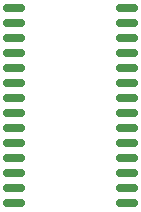
<source format=gtp>
G04 #@! TF.GenerationSoftware,KiCad,Pcbnew,7.0.9*
G04 #@! TF.CreationDate,2024-03-25T17:03:32-07:00*
G04 #@! TF.ProjectId,sop28-to-dip-24-rom-adapter,736f7032-382d-4746-9f2d-6469702d3234,rev?*
G04 #@! TF.SameCoordinates,Original*
G04 #@! TF.FileFunction,Paste,Top*
G04 #@! TF.FilePolarity,Positive*
%FSLAX46Y46*%
G04 Gerber Fmt 4.6, Leading zero omitted, Abs format (unit mm)*
G04 Created by KiCad (PCBNEW 7.0.9) date 2024-03-25 17:03:32*
%MOMM*%
%LPD*%
G01*
G04 APERTURE LIST*
G04 Aperture macros list*
%AMRoundRect*
0 Rectangle with rounded corners*
0 $1 Rounding radius*
0 $2 $3 $4 $5 $6 $7 $8 $9 X,Y pos of 4 corners*
0 Add a 4 corners polygon primitive as box body*
4,1,4,$2,$3,$4,$5,$6,$7,$8,$9,$2,$3,0*
0 Add four circle primitives for the rounded corners*
1,1,$1+$1,$2,$3*
1,1,$1+$1,$4,$5*
1,1,$1+$1,$6,$7*
1,1,$1+$1,$8,$9*
0 Add four rect primitives between the rounded corners*
20,1,$1+$1,$2,$3,$4,$5,0*
20,1,$1+$1,$4,$5,$6,$7,0*
20,1,$1+$1,$6,$7,$8,$9,0*
20,1,$1+$1,$8,$9,$2,$3,0*%
G04 Aperture macros list end*
%ADD10RoundRect,0.150000X-0.750000X-0.150000X0.750000X-0.150000X0.750000X0.150000X-0.750000X0.150000X0*%
G04 APERTURE END LIST*
D10*
X139265000Y-87000000D03*
X139265000Y-88270000D03*
X139265000Y-89540000D03*
X139265000Y-90810000D03*
X139265000Y-92080000D03*
X139265000Y-93350000D03*
X139265000Y-94620000D03*
X139265000Y-95890000D03*
X139265000Y-97160000D03*
X139265000Y-98430000D03*
X139265000Y-99700000D03*
X139265000Y-100970000D03*
X139265000Y-102240000D03*
X139265000Y-103510000D03*
X129665000Y-103510000D03*
X129665000Y-102240000D03*
X129665000Y-100970000D03*
X129665000Y-99700000D03*
X129665000Y-98430000D03*
X129665000Y-97160000D03*
X129665000Y-95890000D03*
X129665000Y-94620000D03*
X129665000Y-93350000D03*
X129665000Y-92080000D03*
X129665000Y-90810000D03*
X129665000Y-89540000D03*
X129665000Y-88270000D03*
X129665000Y-87000000D03*
M02*

</source>
